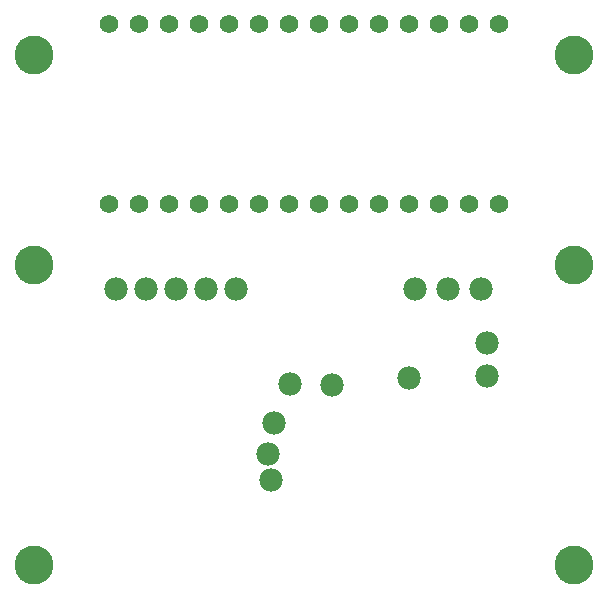
<source format=gbs>
G75*
%MOIN*%
%OFA0B0*%
%FSLAX25Y25*%
%IPPOS*%
%LPD*%
%AMOC8*
5,1,8,0,0,1.08239X$1,22.5*
%
%ADD10C,0.07800*%
%ADD11C,0.06200*%
%ADD12C,0.12998*%
D10*
X0095000Y0054000D03*
X0096000Y0045500D03*
X0097000Y0064500D03*
X0102500Y0077500D03*
X0116500Y0077000D03*
X0142000Y0079500D03*
X0168000Y0080000D03*
X0168000Y0091000D03*
X0166000Y0109000D03*
X0155000Y0109000D03*
X0144000Y0109000D03*
X0084500Y0109000D03*
X0074500Y0109000D03*
X0064500Y0109000D03*
X0054500Y0109000D03*
X0044500Y0109000D03*
D11*
X0042000Y0137500D03*
X0052000Y0137500D03*
X0062000Y0137500D03*
X0072000Y0137500D03*
X0082000Y0137500D03*
X0092000Y0137500D03*
X0102000Y0137500D03*
X0112000Y0137500D03*
X0122000Y0137500D03*
X0132000Y0137500D03*
X0142000Y0137500D03*
X0152000Y0137500D03*
X0162000Y0137500D03*
X0172000Y0137500D03*
X0172000Y0197500D03*
X0162000Y0197500D03*
X0152000Y0197500D03*
X0142000Y0197500D03*
X0132000Y0197500D03*
X0122000Y0197500D03*
X0112000Y0197500D03*
X0102000Y0197500D03*
X0092000Y0197500D03*
X0082000Y0197500D03*
X0072000Y0197500D03*
X0062000Y0197500D03*
X0052000Y0197500D03*
X0042000Y0197500D03*
D12*
X0017000Y0017000D03*
X0017000Y0117000D03*
X0017000Y0187000D03*
X0197000Y0187000D03*
X0197000Y0117000D03*
X0197000Y0017000D03*
M02*

</source>
